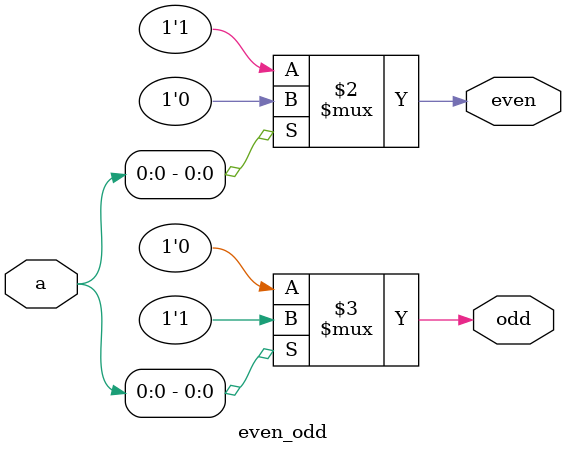
<source format=v>
module even_odd(a,even,odd);
  input [15:0]a;
  output even,odd;
  assign even = (!a[0])?1'b1:1'b0;
  assign odd = (a[0])?1'b1:1'b0;
endmodule 
</source>
